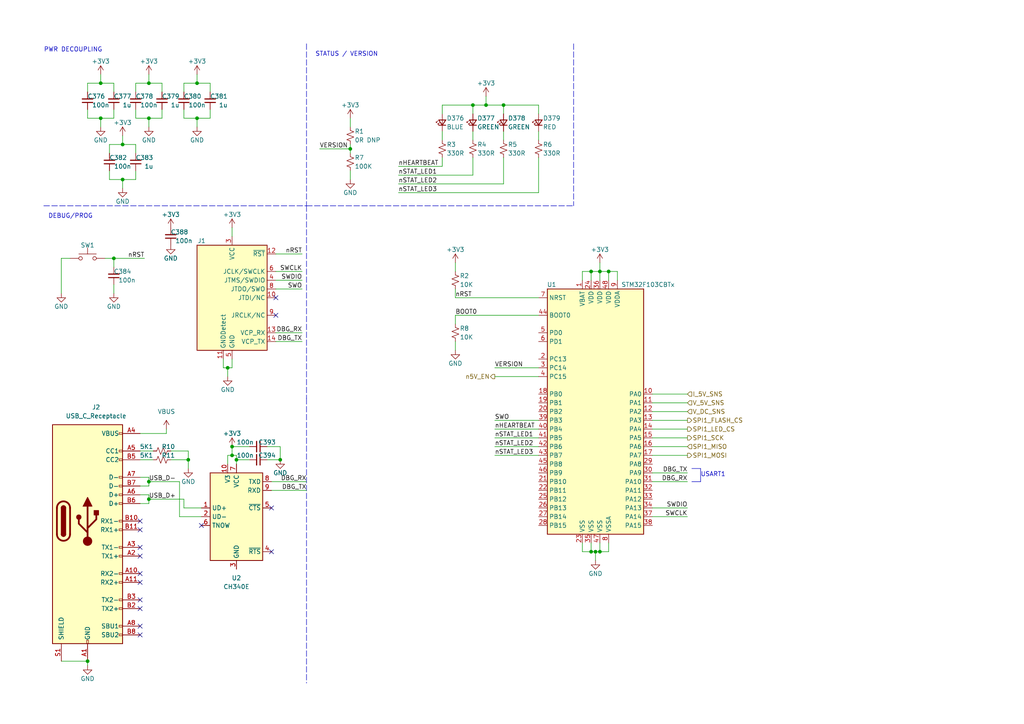
<source format=kicad_sch>
(kicad_sch (version 20210621) (generator eeschema)
  (paper "A4")
  (lib_symbols
    (symbol "Connector:Conn_ST_STDC14"
      (property "Reference" "J" (at -8.89 16.51 0))
      (property "Value" "Conn_ST_STDC14" (at 17.78 16.51 0))
      (symbol "Conn_ST_STDC14_0_1"
        (rectangle (start -10.16 15.24) (end 10.16 -15.24) (stroke (width 0.254)) (fill (type background)))
      )
      (symbol "Conn_ST_STDC14_1_1"
        (pin no_connect line (at -10.16 5.08 0) (length 2.54) hide (name "NC") (number "1"))
        (pin output line (at 12.7 0 180) (length 2.54) (name "JTDI/NC") (number "10"))
        (pin passive line (at -2.54 -17.78 90) (length 2.54) (name "GNDDetect") (number "11"))
        (pin open_collector line (at 12.7 12.7 180) (length 2.54) (name "~{RST}") (number "12"))
        (pin output line (at 12.7 -10.16 180) (length 2.54) (name "VCP_RX") (number "13"))
        (pin input line (at 12.7 -12.7 180) (length 2.54) (name "VCP_TX") (number "14"))
        (pin no_connect line (at -10.16 2.54 0) (length 2.54) hide (name "NC") (number "2"))
        (pin power_in line (at 0 17.78 270) (length 2.54) (name "VCC") (number "3"))
        (pin bidirectional line (at 12.7 5.08 180) (length 2.54) (name "JTMS/SWDIO") (number "4"))
        (pin power_in line (at 0 -17.78 90) (length 2.54) (name "GND") (number "5"))
        (pin output line (at 12.7 7.62 180) (length 2.54) (name "JCLK/SWCLK") (number "6"))
        (pin passive line (at 0 -17.78 90) (length 2.54) hide (name "GND") (number "7"))
        (pin input line (at 12.7 2.54 180) (length 2.54) (name "JTDO/SWO") (number "8"))
        (pin input line (at 12.7 -5.08 180) (length 2.54) (name "JRCLK/NC") (number "9"))
      )
    )
    (symbol "Connector:USB_C_Receptacle" (pin_names (offset 1.016))
      (property "Reference" "J" (at -10.16 29.21 0))
      (property "Value" "USB_C_Receptacle" (at 10.16 29.21 0))
      (symbol "USB_C_Receptacle_0_0"
        (rectangle (start -0.254 -35.56) (end 0.254 -34.544))
        (rectangle (start 10.16 -32.766) (end 9.144 -33.274))
        (rectangle (start 10.16 -30.226) (end 9.144 -30.734))
        (rectangle (start 10.16 -25.146) (end 9.144 -25.654))
        (rectangle (start 10.16 -22.606) (end 9.144 -23.114))
        (rectangle (start 10.16 -17.526) (end 9.144 -18.034))
        (rectangle (start 10.16 -14.986) (end 9.144 -15.494))
        (rectangle (start 10.16 -9.906) (end 9.144 -10.414))
        (rectangle (start 10.16 -7.366) (end 9.144 -7.874))
        (rectangle (start 10.16 -2.286) (end 9.144 -2.794))
        (rectangle (start 10.16 0.254) (end 9.144 -0.254))
        (rectangle (start 10.16 5.334) (end 9.144 4.826))
        (rectangle (start 10.16 7.874) (end 9.144 7.366))
        (rectangle (start 10.16 10.414) (end 9.144 9.906))
        (rectangle (start 10.16 12.954) (end 9.144 12.446))
        (rectangle (start 10.16 18.034) (end 9.144 17.526))
        (rectangle (start 10.16 20.574) (end 9.144 20.066))
        (rectangle (start 10.16 25.654) (end 9.144 25.146))
      )
      (symbol "USB_C_Receptacle_0_1"
        (rectangle (start -10.16 27.94) (end 10.16 -35.56) (stroke (width 0.254)) (fill (type background)))
        (arc (start -8.89 -3.81) (mid -6.985 -5.715) (end -5.08 -3.81) (stroke (width 0.508)))
        (arc (start -7.62 -3.81) (mid -6.985 -4.445) (end -6.35 -3.81) (stroke (width 0.254)))
        (arc (start -7.62 -3.81) (mid -6.985 -4.445) (end -6.35 -3.81) (stroke (width 0.254)) (fill (type outline)))
        (rectangle (start -7.62 -3.81) (end -6.35 3.81) (stroke (width 0.254)) (fill (type outline)))
        (arc (start -6.35 3.81) (mid -6.985 4.445) (end -7.62 3.81) (stroke (width 0.254)))
        (arc (start -6.35 3.81) (mid -6.985 4.445) (end -7.62 3.81) (stroke (width 0.254)) (fill (type outline)))
        (arc (start -5.08 3.81) (mid -6.985 5.715) (end -8.89 3.81) (stroke (width 0.508)))
        (polyline (pts (xy -8.89 -3.81) (xy -8.89 3.81)) (stroke (width 0.508)))
        (polyline (pts (xy -5.08 3.81) (xy -5.08 -3.81)) (stroke (width 0.508)))
      )
      (symbol "USB_C_Receptacle_1_1"
        (circle (center -2.54 1.143) (radius 0.635) (stroke (width 0.254)) (stroke (width 0.254)) (fill (type outline)))
        (circle (center 0 -5.842) (radius 1.27) (fill (type outline)))
        (polyline (pts (xy 0 -5.842) (xy 0 4.318)) (stroke (width 0.508)))
        (polyline (pts (xy 0 -3.302) (xy -2.54 -0.762) (xy -2.54 0.508)) (stroke (width 0.508)))
        (polyline (pts (xy 0 -2.032) (xy 2.54 0.508) (xy 2.54 1.778)) (stroke (width 0.508)))
        (polyline (pts (xy -1.27 4.318) (xy 0 6.858) (xy 1.27 4.318) (xy -1.27 4.318)) (stroke (width 0.254)) (fill (type outline)))
        (rectangle (start 1.905 1.778) (end 3.175 3.048) (stroke (width 0.254)) (fill (type outline)))
        (pin passive line (at 0 -40.64 90) (length 5.08) (name "GND") (number "A1"))
        (pin bidirectional line (at 15.24 -15.24 180) (length 5.08) (name "RX2-") (number "A10"))
        (pin bidirectional line (at 15.24 -17.78 180) (length 5.08) (name "RX2+") (number "A11"))
        (pin passive line (at 0 -40.64 90) (length 5.08) hide (name "GND") (number "A12"))
        (pin bidirectional line (at 15.24 -10.16 180) (length 5.08) (name "TX1+") (number "A2"))
        (pin bidirectional line (at 15.24 -7.62 180) (length 5.08) (name "TX1-") (number "A3"))
        (pin passive line (at 15.24 25.4 180) (length 5.08) (name "VBUS") (number "A4"))
        (pin bidirectional line (at 15.24 20.32 180) (length 5.08) (name "CC1") (number "A5"))
        (pin bidirectional line (at 15.24 7.62 180) (length 5.08) (name "D+") (number "A6"))
        (pin bidirectional line (at 15.24 12.7 180) (length 5.08) (name "D-") (number "A7"))
        (pin bidirectional line (at 15.24 -30.48 180) (length 5.08) (name "SBU1") (number "A8"))
        (pin passive line (at 15.24 25.4 180) (length 5.08) hide (name "VBUS") (number "A9"))
        (pin passive line (at 0 -40.64 90) (length 5.08) hide (name "GND") (number "B1"))
        (pin bidirectional line (at 15.24 0 180) (length 5.08) (name "RX1-") (number "B10"))
        (pin bidirectional line (at 15.24 -2.54 180) (length 5.08) (name "RX1+") (number "B11"))
        (pin passive line (at 0 -40.64 90) (length 5.08) hide (name "GND") (number "B12"))
        (pin bidirectional line (at 15.24 -25.4 180) (length 5.08) (name "TX2+") (number "B2"))
        (pin bidirectional line (at 15.24 -22.86 180) (length 5.08) (name "TX2-") (number "B3"))
        (pin passive line (at 15.24 25.4 180) (length 5.08) hide (name "VBUS") (number "B4"))
        (pin bidirectional line (at 15.24 17.78 180) (length 5.08) (name "CC2") (number "B5"))
        (pin bidirectional line (at 15.24 5.08 180) (length 5.08) (name "D+") (number "B6"))
        (pin bidirectional line (at 15.24 10.16 180) (length 5.08) (name "D-") (number "B7"))
        (pin bidirectional line (at 15.24 -33.02 180) (length 5.08) (name "SBU2") (number "B8"))
        (pin passive line (at 15.24 25.4 180) (length 5.08) hide (name "VBUS") (number "B9"))
        (pin passive line (at -7.62 -40.64 90) (length 5.08) (name "SHIELD") (number "S1"))
      )
    )
    (symbol "Device:C_Small" (pin_numbers hide) (pin_names (offset 0.254) hide)
      (property "Reference" "C" (at 0.254 1.778 0))
      (property "Value" "C_Small" (at 0.254 -2.032 0))
      (symbol "C_Small_0_1"
        (polyline (pts (xy -1.524 -0.508) (xy 1.524 -0.508)) (stroke (width 0.3302)))
        (polyline (pts (xy -1.524 0.508) (xy 1.524 0.508)) (stroke (width 0.3048)))
      )
      (symbol "C_Small_1_1"
        (pin passive line (at 0 2.54 270) (length 2.032) (name "~") (number "1"))
        (pin passive line (at 0 -2.54 90) (length 2.032) (name "~") (number "2"))
      )
    )
    (symbol "Device:LED_Small" (pin_numbers hide) (pin_names (offset 0.254) hide)
      (property "Reference" "D" (at -1.27 3.175 0))
      (property "Value" "LED_Small" (at -4.445 -2.54 0))
      (symbol "LED_Small_0_1"
        (polyline (pts (xy -0.762 -1.016) (xy -0.762 1.016)) (stroke (width 0.254)))
        (polyline (pts (xy 1.016 0) (xy -0.762 0)))
        (polyline (pts (xy 0.762 -1.016) (xy -0.762 0) (xy 0.762 1.016) (xy 0.762 -1.016)) (stroke (width 0.254)))
        (polyline (pts (xy 0 0.762) (xy -0.508 1.27) (xy -0.254 1.27) (xy -0.508 1.27) (xy -0.508 1.016)))
        (polyline (pts (xy 0.508 1.27) (xy 0 1.778) (xy 0.254 1.778) (xy 0 1.778) (xy 0 1.524)))
      )
      (symbol "LED_Small_1_1"
        (pin passive line (at -2.54 0 0) (length 1.778) (name "K") (number "1"))
        (pin passive line (at 2.54 0 180) (length 1.778) (name "A") (number "2"))
      )
    )
    (symbol "Device:R_Small_US" (pin_numbers hide) (pin_names (offset 0.254) hide)
      (property "Reference" "R" (at 0.762 0.508 0))
      (property "Value" "R_Small_US" (at 0.762 -1.016 0))
      (symbol "R_Small_US_1_1"
        (polyline (pts (xy 0 0) (xy 1.016 -0.381) (xy 0 -0.762) (xy -1.016 -1.143) (xy 0 -1.524)))
        (polyline (pts (xy 0 1.524) (xy 1.016 1.143) (xy 0 0.762) (xy -1.016 0.381) (xy 0 0)))
        (pin passive line (at 0 2.54 270) (length 1.016) (name "~") (number "1"))
        (pin passive line (at 0 -2.54 90) (length 1.016) (name "~") (number "2"))
      )
    )
    (symbol "Interface_USB:CH340E"
      (property "Reference" "U" (at -5.08 13.97 0))
      (property "Value" "CH340E" (at 1.27 13.97 0))
      (symbol "CH340E_0_1"
        (rectangle (start -7.62 12.7) (end 7.62 -12.7) (stroke (width 0.254)) (fill (type background)))
      )
      (symbol "CH340E_1_1"
        (pin bidirectional line (at -10.16 2.54 0) (length 2.54) (name "UD+") (number "1"))
        (pin passive line (at -2.54 15.24 270) (length 2.54) (name "V3") (number "10"))
        (pin bidirectional line (at -10.16 0 0) (length 2.54) (name "UD-") (number "2"))
        (pin power_in line (at 0 -15.24 90) (length 2.54) (name "GND") (number "3"))
        (pin output line (at 10.16 -10.16 180) (length 2.54) (name "~{RTS}") (number "4"))
        (pin input line (at 10.16 2.54 180) (length 2.54) (name "~{CTS}") (number "5"))
        (pin output line (at -10.16 -2.54 0) (length 2.54) (name "TNOW") (number "6"))
        (pin power_in line (at 0 15.24 270) (length 2.54) (name "VCC") (number "7"))
        (pin output line (at 10.16 10.16 180) (length 2.54) (name "TXD") (number "8"))
        (pin input line (at 10.16 7.62 180) (length 2.54) (name "RXD") (number "9"))
      )
    )
    (symbol "MCU_ST_STM32F1:STM32F103CBTx"
      (property "Reference" "U" (at -15.24 36.83 0))
      (property "Value" "STM32F103CBTx" (at 7.62 36.83 0))
      (symbol "STM32F103CBTx_0_1"
        (rectangle (start -15.24 -35.56) (end 12.7 35.56) (stroke (width 0.254)) (fill (type background)))
      )
      (symbol "STM32F103CBTx_1_1"
        (pin power_in line (at -5.08 38.1 270) (length 2.54) (name "VBAT") (number "1"))
        (pin bidirectional line (at 15.24 5.08 180) (length 2.54) (name "PA0") (number "10"))
        (pin bidirectional line (at 15.24 2.54 180) (length 2.54) (name "PA1") (number "11"))
        (pin bidirectional line (at 15.24 0 180) (length 2.54) (name "PA2") (number "12"))
        (pin bidirectional line (at 15.24 -2.54 180) (length 2.54) (name "PA3") (number "13"))
        (pin bidirectional line (at 15.24 -5.08 180) (length 2.54) (name "PA4") (number "14"))
        (pin bidirectional line (at 15.24 -7.62 180) (length 2.54) (name "PA5") (number "15"))
        (pin bidirectional line (at 15.24 -10.16 180) (length 2.54) (name "PA6") (number "16"))
        (pin bidirectional line (at 15.24 -12.7 180) (length 2.54) (name "PA7") (number "17"))
        (pin bidirectional line (at -17.78 5.08 0) (length 2.54) (name "PB0") (number "18"))
        (pin bidirectional line (at -17.78 2.54 0) (length 2.54) (name "PB1") (number "19"))
        (pin bidirectional line (at -17.78 15.24 0) (length 2.54) (name "PC13") (number "2"))
        (pin bidirectional line (at -17.78 0 0) (length 2.54) (name "PB2") (number "20"))
        (pin bidirectional line (at -17.78 -20.32 0) (length 2.54) (name "PB10") (number "21"))
        (pin bidirectional line (at -17.78 -22.86 0) (length 2.54) (name "PB11") (number "22"))
        (pin power_in line (at -5.08 -38.1 90) (length 2.54) (name "VSS") (number "23"))
        (pin power_in line (at -2.54 38.1 270) (length 2.54) (name "VDD") (number "24"))
        (pin bidirectional line (at -17.78 -25.4 0) (length 2.54) (name "PB12") (number "25"))
        (pin bidirectional line (at -17.78 -27.94 0) (length 2.54) (name "PB13") (number "26"))
        (pin bidirectional line (at -17.78 -30.48 0) (length 2.54) (name "PB14") (number "27"))
        (pin bidirectional line (at -17.78 -33.02 0) (length 2.54) (name "PB15") (number "28"))
        (pin bidirectional line (at 15.24 -15.24 180) (length 2.54) (name "PA8") (number "29"))
        (pin bidirectional line (at -17.78 12.7 0) (length 2.54) (name "PC14") (number "3"))
        (pin bidirectional line (at 15.24 -17.78 180) (length 2.54) (name "PA9") (number "30"))
        (pin bidirectional line (at 15.24 -20.32 180) (length 2.54) (name "PA10") (number "31"))
        (pin bidirectional line (at 15.24 -22.86 180) (length 2.54) (name "PA11") (number "32"))
        (pin bidirectional line (at 15.24 -25.4 180) (length 2.54) (name "PA12") (number "33"))
        (pin bidirectional line (at 15.24 -27.94 180) (length 2.54) (name "PA13") (number "34"))
        (pin power_in line (at -2.54 -38.1 90) (length 2.54) (name "VSS") (number "35"))
        (pin power_in line (at 0 38.1 270) (length 2.54) (name "VDD") (number "36"))
        (pin bidirectional line (at 15.24 -30.48 180) (length 2.54) (name "PA14") (number "37"))
        (pin bidirectional line (at 15.24 -33.02 180) (length 2.54) (name "PA15") (number "38"))
        (pin bidirectional line (at -17.78 -2.54 0) (length 2.54) (name "PB3") (number "39"))
        (pin bidirectional line (at -17.78 10.16 0) (length 2.54) (name "PC15") (number "4"))
        (pin bidirectional line (at -17.78 -5.08 0) (length 2.54) (name "PB4") (number "40"))
        (pin bidirectional line (at -17.78 -7.62 0) (length 2.54) (name "PB5") (number "41"))
        (pin bidirectional line (at -17.78 -10.16 0) (length 2.54) (name "PB6") (number "42"))
        (pin bidirectional line (at -17.78 -12.7 0) (length 2.54) (name "PB7") (number "43"))
        (pin input line (at -17.78 27.94 0) (length 2.54) (name "BOOT0") (number "44"))
        (pin bidirectional line (at -17.78 -15.24 0) (length 2.54) (name "PB8") (number "45"))
        (pin bidirectional line (at -17.78 -17.78 0) (length 2.54) (name "PB9") (number "46"))
        (pin power_in line (at 0 -38.1 90) (length 2.54) (name "VSS") (number "47"))
        (pin power_in line (at 2.54 38.1 270) (length 2.54) (name "VDD") (number "48"))
        (pin input line (at -17.78 22.86 0) (length 2.54) (name "PD0") (number "5"))
        (pin input line (at -17.78 20.32 0) (length 2.54) (name "PD1") (number "6"))
        (pin input line (at -17.78 33.02 0) (length 2.54) (name "NRST") (number "7"))
        (pin power_in line (at 2.54 -38.1 90) (length 2.54) (name "VSSA") (number "8"))
        (pin power_in line (at 5.08 38.1 270) (length 2.54) (name "VDDA") (number "9"))
      )
    )
    (symbol "Switch:SW_Push" (pin_numbers hide) (pin_names (offset 1.016) hide)
      (property "Reference" "SW" (at 1.27 2.54 0))
      (property "Value" "SW_Push" (at 0 -1.524 0))
      (symbol "SW_Push_0_1"
        (circle (center -2.032 0) (radius 0.508))
        (polyline (pts (xy 0 1.27) (xy 0 3.048)))
        (polyline (pts (xy 2.54 1.27) (xy -2.54 1.27)))
        (circle (center 2.032 0) (radius 0.508))
        (pin passive line (at -5.08 0 0) (length 2.54) (name "1") (number "1"))
        (pin passive line (at 5.08 0 180) (length 2.54) (name "2") (number "2"))
      )
    )
    (symbol "power:+3V3" (power) (pin_names (offset 0))
      (property "Value" "+3V3" (at 0 3.556 0))
      (symbol "+3V3_0_1"
        (polyline (pts (xy -0.762 1.27) (xy 0 2.54)))
        (polyline (pts (xy 0 0) (xy 0 2.54)))
        (polyline (pts (xy 0 2.54) (xy 0.762 1.27)))
      )
      (symbol "+3V3_1_1"
        (pin power_in line (at 0 0 90) (length 0) hide (name "+3V3") (number "1"))
      )
    )
    (symbol "power:GND" (power) (pin_names (offset 0))
      (property "Value" "GND" (at 0 -3.81 0))
      (symbol "GND_0_1"
        (polyline (pts (xy 0 0) (xy 0 -1.27) (xy 1.27 -1.27) (xy 0 -2.54) (xy -1.27 -1.27) (xy 0 -1.27)))
      )
      (symbol "GND_1_1"
        (pin power_in line (at 0 0 270) (length 0) hide (name "GND") (number "1"))
      )
    )
    (symbol "power:VBUS" (power) (pin_names (offset 0))
      (property "Value" "VBUS" (at 0 3.81 0))
      (symbol "VBUS_0_1"
        (polyline (pts (xy -0.762 1.27) (xy 0 2.54)))
        (polyline (pts (xy 0 0) (xy 0 2.54)))
        (polyline (pts (xy 0 2.54) (xy 0.762 1.27)))
      )
      (symbol "VBUS_1_1"
        (pin power_in line (at 0 0 90) (length 0) hide (name "VBUS") (number "1"))
      )
    )
  )
  (junction (at 25.4 191.77))
  (junction (at 29.21 24.13))
  (junction (at 29.21 34.29))
  (junction (at 33.02 74.93))
  (junction (at 35.56 41.91))
  (junction (at 35.56 52.07))
  (junction (at 43.18 24.13))
  (junction (at 43.18 34.29))
  (junction (at 43.18 139.7))
  (junction (at 43.18 144.78))
  (junction (at 54.61 133.35))
  (junction (at 57.15 24.13))
  (junction (at 57.15 34.29))
  (junction (at 66.04 106.68))
  (junction (at 67.31 129.54))
  (junction (at 67.31 132.08))
  (junction (at 68.58 133.35))
  (junction (at 81.28 133.35))
  (junction (at 101.6 43.18))
  (junction (at 137.16 30.48))
  (junction (at 140.97 30.48))
  (junction (at 146.05 30.48))
  (junction (at 171.45 78.74))
  (junction (at 171.45 160.02))
  (junction (at 172.72 160.02))
  (junction (at 173.99 78.74))
  (junction (at 173.99 160.02))
  (junction (at 176.53 78.74))
  (no_connect (at 40.64 151.13))
  (no_connect (at 40.64 153.67))
  (no_connect (at 40.64 158.75))
  (no_connect (at 40.64 161.29))
  (no_connect (at 40.64 166.37))
  (no_connect (at 40.64 168.91))
  (no_connect (at 40.64 173.99))
  (no_connect (at 40.64 176.53))
  (no_connect (at 40.64 181.61))
  (no_connect (at 40.64 184.15))
  (no_connect (at 58.42 152.4))
  (no_connect (at 78.74 147.32))
  (no_connect (at 78.74 160.02))
  (no_connect (at 80.01 86.36))
  (no_connect (at 80.01 91.44))
  (wire (pts (xy 17.78 74.93) (xy 20.32 74.93)))
  (wire (pts (xy 17.78 85.09) (xy 17.78 74.93)))
  (wire (pts (xy 17.78 191.77) (xy 25.4 191.77)))
  (wire (pts (xy 25.4 24.13) (xy 29.21 24.13)))
  (wire (pts (xy 25.4 26.67) (xy 25.4 24.13)))
  (wire (pts (xy 25.4 31.75) (xy 25.4 34.29)))
  (wire (pts (xy 25.4 34.29) (xy 29.21 34.29)))
  (wire (pts (xy 25.4 191.77) (xy 25.4 193.04)))
  (wire (pts (xy 29.21 21.59) (xy 29.21 24.13)))
  (wire (pts (xy 29.21 24.13) (xy 33.02 24.13)))
  (wire (pts (xy 29.21 34.29) (xy 29.21 36.83)))
  (wire (pts (xy 29.21 34.29) (xy 33.02 34.29)))
  (wire (pts (xy 31.75 41.91) (xy 35.56 41.91)))
  (wire (pts (xy 31.75 44.45) (xy 31.75 41.91)))
  (wire (pts (xy 31.75 49.53) (xy 31.75 52.07)))
  (wire (pts (xy 31.75 52.07) (xy 35.56 52.07)))
  (wire (pts (xy 33.02 24.13) (xy 33.02 26.67)))
  (wire (pts (xy 33.02 31.75) (xy 33.02 34.29)))
  (wire (pts (xy 33.02 74.93) (xy 30.48 74.93)))
  (wire (pts (xy 33.02 74.93) (xy 41.91 74.93)))
  (wire (pts (xy 33.02 77.47) (xy 33.02 74.93)))
  (wire (pts (xy 33.02 82.55) (xy 33.02 85.09)))
  (wire (pts (xy 35.56 39.37) (xy 35.56 41.91)))
  (wire (pts (xy 35.56 41.91) (xy 39.37 41.91)))
  (wire (pts (xy 35.56 52.07) (xy 35.56 54.61)))
  (wire (pts (xy 35.56 52.07) (xy 39.37 52.07)))
  (wire (pts (xy 39.37 24.13) (xy 43.18 24.13)))
  (wire (pts (xy 39.37 26.67) (xy 39.37 24.13)))
  (wire (pts (xy 39.37 31.75) (xy 39.37 34.29)))
  (wire (pts (xy 39.37 34.29) (xy 43.18 34.29)))
  (wire (pts (xy 39.37 41.91) (xy 39.37 44.45)))
  (wire (pts (xy 39.37 49.53) (xy 39.37 52.07)))
  (wire (pts (xy 40.64 125.73) (xy 48.26 125.73)))
  (wire (pts (xy 40.64 130.81) (xy 44.45 130.81)))
  (wire (pts (xy 40.64 133.35) (xy 44.45 133.35)))
  (wire (pts (xy 40.64 138.43) (xy 43.18 138.43)))
  (wire (pts (xy 40.64 140.97) (xy 43.18 140.97)))
  (wire (pts (xy 40.64 143.51) (xy 43.18 143.51)))
  (wire (pts (xy 40.64 146.05) (xy 43.18 146.05)))
  (wire (pts (xy 43.18 21.59) (xy 43.18 24.13)))
  (wire (pts (xy 43.18 24.13) (xy 46.99 24.13)))
  (wire (pts (xy 43.18 34.29) (xy 43.18 36.83)))
  (wire (pts (xy 43.18 34.29) (xy 46.99 34.29)))
  (wire (pts (xy 43.18 138.43) (xy 43.18 139.7)))
  (wire (pts (xy 43.18 139.7) (xy 43.18 140.97)))
  (wire (pts (xy 43.18 139.7) (xy 52.07 139.7)))
  (wire (pts (xy 43.18 143.51) (xy 43.18 144.78)))
  (wire (pts (xy 43.18 144.78) (xy 43.18 146.05)))
  (wire (pts (xy 43.18 144.78) (xy 53.34 144.78)))
  (wire (pts (xy 46.99 24.13) (xy 46.99 26.67)))
  (wire (pts (xy 46.99 31.75) (xy 46.99 34.29)))
  (wire (pts (xy 48.26 125.73) (xy 48.26 124.46)))
  (wire (pts (xy 49.53 133.35) (xy 54.61 133.35)))
  (wire (pts (xy 52.07 139.7) (xy 52.07 149.86)))
  (wire (pts (xy 52.07 149.86) (xy 58.42 149.86)))
  (wire (pts (xy 53.34 24.13) (xy 57.15 24.13)))
  (wire (pts (xy 53.34 26.67) (xy 53.34 24.13)))
  (wire (pts (xy 53.34 31.75) (xy 53.34 34.29)))
  (wire (pts (xy 53.34 34.29) (xy 57.15 34.29)))
  (wire (pts (xy 53.34 144.78) (xy 53.34 147.32)))
  (wire (pts (xy 53.34 147.32) (xy 58.42 147.32)))
  (wire (pts (xy 54.61 130.81) (xy 49.53 130.81)))
  (wire (pts (xy 54.61 133.35) (xy 54.61 130.81)))
  (wire (pts (xy 54.61 133.35) (xy 54.61 135.89)))
  (wire (pts (xy 57.15 21.59) (xy 57.15 24.13)))
  (wire (pts (xy 57.15 24.13) (xy 60.96 24.13)))
  (wire (pts (xy 57.15 34.29) (xy 57.15 36.83)))
  (wire (pts (xy 57.15 34.29) (xy 60.96 34.29)))
  (wire (pts (xy 60.96 24.13) (xy 60.96 26.67)))
  (wire (pts (xy 60.96 31.75) (xy 60.96 34.29)))
  (wire (pts (xy 64.77 104.14) (xy 64.77 106.68)))
  (wire (pts (xy 64.77 106.68) (xy 66.04 106.68)))
  (wire (pts (xy 66.04 106.68) (xy 66.04 109.22)))
  (wire (pts (xy 66.04 106.68) (xy 67.31 106.68)))
  (wire (pts (xy 66.04 132.08) (xy 67.31 132.08)))
  (wire (pts (xy 66.04 134.62) (xy 66.04 132.08)))
  (wire (pts (xy 67.31 66.04) (xy 67.31 68.58)))
  (wire (pts (xy 67.31 104.14) (xy 67.31 106.68)))
  (wire (pts (xy 67.31 129.54) (xy 67.31 132.08)))
  (wire (pts (xy 67.31 129.54) (xy 72.39 129.54)))
  (wire (pts (xy 67.31 132.08) (xy 68.58 132.08)))
  (wire (pts (xy 68.58 132.08) (xy 68.58 133.35)))
  (wire (pts (xy 68.58 133.35) (xy 68.58 134.62)))
  (wire (pts (xy 68.58 133.35) (xy 72.39 133.35)))
  (wire (pts (xy 77.47 129.54) (xy 81.28 129.54)))
  (wire (pts (xy 77.47 133.35) (xy 81.28 133.35)))
  (wire (pts (xy 78.74 139.7) (xy 88.9 139.7)))
  (wire (pts (xy 78.74 142.24) (xy 88.9 142.24)))
  (wire (pts (xy 80.01 73.66) (xy 87.63 73.66)))
  (wire (pts (xy 80.01 78.74) (xy 87.63 78.74)))
  (wire (pts (xy 80.01 81.28) (xy 87.63 81.28)))
  (wire (pts (xy 80.01 83.82) (xy 87.63 83.82)))
  (wire (pts (xy 80.01 96.52) (xy 87.63 96.52)))
  (wire (pts (xy 80.01 99.06) (xy 87.63 99.06)))
  (wire (pts (xy 81.28 129.54) (xy 81.28 133.35)))
  (wire (pts (xy 92.71 43.18) (xy 101.6 43.18)))
  (wire (pts (xy 101.6 34.29) (xy 101.6 36.83)))
  (wire (pts (xy 101.6 41.91) (xy 101.6 43.18)))
  (wire (pts (xy 101.6 43.18) (xy 101.6 44.45)))
  (wire (pts (xy 101.6 49.53) (xy 101.6 52.07)))
  (wire (pts (xy 115.57 48.26) (xy 128.27 48.26)))
  (wire (pts (xy 115.57 50.8) (xy 137.16 50.8)))
  (wire (pts (xy 115.57 53.34) (xy 146.05 53.34)))
  (wire (pts (xy 115.57 55.88) (xy 156.21 55.88)))
  (wire (pts (xy 128.27 30.48) (xy 137.16 30.48)))
  (wire (pts (xy 128.27 33.02) (xy 128.27 30.48)))
  (wire (pts (xy 128.27 38.1) (xy 128.27 40.64)))
  (wire (pts (xy 128.27 48.26) (xy 128.27 45.72)))
  (wire (pts (xy 132.08 76.2) (xy 132.08 78.74)))
  (wire (pts (xy 132.08 83.82) (xy 132.08 86.36)))
  (wire (pts (xy 132.08 86.36) (xy 156.21 86.36)))
  (wire (pts (xy 132.08 91.44) (xy 156.21 91.44)))
  (wire (pts (xy 132.08 93.98) (xy 132.08 91.44)))
  (wire (pts (xy 132.08 101.6) (xy 132.08 99.06)))
  (wire (pts (xy 137.16 30.48) (xy 137.16 33.02)))
  (wire (pts (xy 137.16 30.48) (xy 140.97 30.48)))
  (wire (pts (xy 137.16 38.1) (xy 137.16 40.64)))
  (wire (pts (xy 137.16 50.8) (xy 137.16 45.72)))
  (wire (pts (xy 140.97 27.94) (xy 140.97 30.48)))
  (wire (pts (xy 140.97 30.48) (xy 146.05 30.48)))
  (wire (pts (xy 143.51 106.68) (xy 156.21 106.68)))
  (wire (pts (xy 143.51 109.22) (xy 156.21 109.22)))
  (wire (pts (xy 143.51 124.46) (xy 156.21 124.46)))
  (wire (pts (xy 143.51 127) (xy 156.21 127)))
  (wire (pts (xy 143.51 129.54) (xy 156.21 129.54)))
  (wire (pts (xy 143.51 132.08) (xy 156.21 132.08)))
  (wire (pts (xy 146.05 30.48) (xy 146.05 33.02)))
  (wire (pts (xy 146.05 30.48) (xy 156.21 30.48)))
  (wire (pts (xy 146.05 38.1) (xy 146.05 40.64)))
  (wire (pts (xy 146.05 53.34) (xy 146.05 45.72)))
  (wire (pts (xy 156.21 30.48) (xy 156.21 33.02)))
  (wire (pts (xy 156.21 38.1) (xy 156.21 40.64)))
  (wire (pts (xy 156.21 55.88) (xy 156.21 45.72)))
  (wire (pts (xy 156.21 121.92) (xy 143.51 121.92)))
  (wire (pts (xy 168.91 78.74) (xy 168.91 81.28)))
  (wire (pts (xy 168.91 78.74) (xy 171.45 78.74)))
  (wire (pts (xy 168.91 157.48) (xy 168.91 160.02)))
  (wire (pts (xy 168.91 160.02) (xy 171.45 160.02)))
  (wire (pts (xy 171.45 78.74) (xy 171.45 81.28)))
  (wire (pts (xy 171.45 78.74) (xy 173.99 78.74)))
  (wire (pts (xy 171.45 157.48) (xy 171.45 160.02)))
  (wire (pts (xy 171.45 160.02) (xy 172.72 160.02)))
  (wire (pts (xy 172.72 160.02) (xy 172.72 162.56)))
  (wire (pts (xy 172.72 160.02) (xy 173.99 160.02)))
  (wire (pts (xy 173.99 76.2) (xy 173.99 78.74)))
  (wire (pts (xy 173.99 78.74) (xy 173.99 81.28)))
  (wire (pts (xy 173.99 78.74) (xy 176.53 78.74)))
  (wire (pts (xy 173.99 157.48) (xy 173.99 160.02)))
  (wire (pts (xy 173.99 160.02) (xy 176.53 160.02)))
  (wire (pts (xy 176.53 78.74) (xy 176.53 81.28)))
  (wire (pts (xy 176.53 157.48) (xy 176.53 160.02)))
  (wire (pts (xy 179.07 78.74) (xy 176.53 78.74)))
  (wire (pts (xy 179.07 81.28) (xy 179.07 78.74)))
  (wire (pts (xy 189.23 114.3) (xy 199.39 114.3)))
  (wire (pts (xy 189.23 116.84) (xy 199.39 116.84)))
  (wire (pts (xy 189.23 119.38) (xy 199.39 119.38)))
  (wire (pts (xy 189.23 121.92) (xy 199.39 121.92)))
  (wire (pts (xy 189.23 124.46) (xy 199.39 124.46)))
  (wire (pts (xy 189.23 127) (xy 199.39 127)))
  (wire (pts (xy 189.23 129.54) (xy 199.39 129.54)))
  (wire (pts (xy 189.23 132.08) (xy 199.39 132.08)))
  (wire (pts (xy 189.23 137.16) (xy 199.39 137.16)))
  (wire (pts (xy 189.23 139.7) (xy 199.39 139.7)))
  (wire (pts (xy 189.23 147.32) (xy 199.39 147.32)))
  (wire (pts (xy 189.23 149.86) (xy 199.39 149.86)))
  (polyline (pts (xy 12.7 59.69) (xy 72.39 59.69)))
  (polyline (pts (xy 72.39 59.69) (xy 88.9 59.69)))
  (polyline (pts (xy 88.9 12.7) (xy 88.9 59.69)))
  (polyline (pts (xy 88.9 59.69) (xy 88.9 115.57)))
  (polyline (pts (xy 88.9 59.69) (xy 166.37 59.69)))
  (polyline (pts (xy 88.9 115.57) (xy 88.9 198.12)))
  (polyline (pts (xy 166.37 12.7) (xy 166.37 59.69)))
  (polyline (pts (xy 200.66 135.89) (xy 203.2 135.89)) (stroke (width 0) (type solid)))
  (polyline (pts (xy 200.66 139.7) (xy 203.2 139.7)) (stroke (width 0) (type solid)))
  (polyline (pts (xy 203.2 135.89) (xy 203.2 139.7)) (stroke (width 0) (type solid)))
  (text "PWR DECOUPLING" (at 12.7 15.24 0) (effects (font (size 1.27 1.27)) (justify left bottom)))
  (text "DEBUG/PROG" (at 13.97 63.5 0) (effects (font (size 1.27 1.27)) (justify left bottom)))
  (text "STATUS / VERSION" (at 91.44 16.51 0) (effects (font (size 1.27 1.27)) (justify left bottom)))
  (text "USART1" (at 203.2 138.43 0) (effects (font (size 1.27 1.27)) (justify left bottom)))
  (label "nRST" (at 41.91 74.93 180))
  (label "USB_D-" (at 43.18 139.7 0))
  (label "USB_D+" (at 43.18 144.78 0))
  (label "nRST" (at 87.63 73.66 180))
  (label "SWCLK" (at 87.63 78.74 180))
  (label "SWDIO" (at 87.63 81.28 180))
  (label "SWO" (at 87.63 83.82 180))
  (label "DBG_RX" (at 87.63 96.52 180))
  (label "DBG_TX" (at 87.63 99.06 180))
  (label "DBG_RX" (at 88.9 139.7 180))
  (label "DBG_TX" (at 88.9 142.24 180))
  (label "VERSION" (at 92.71 43.18 0))
  (label "nHEARTBEAT" (at 115.57 48.26 0))
  (label "nSTAT_LED1" (at 115.57 50.8 0))
  (label "nSTAT_LED2" (at 115.57 53.34 0))
  (label "nSTAT_LED3" (at 115.57 55.88 0))
  (label "nRST" (at 132.08 86.36 0))
  (label "BOOT0" (at 132.08 91.44 0))
  (label "VERSION" (at 143.51 106.68 0))
  (label "SWO" (at 143.51 121.92 0))
  (label "nHEARTBEAT" (at 143.51 124.46 0))
  (label "nSTAT_LED1" (at 143.51 127 0))
  (label "nSTAT_LED2" (at 143.51 129.54 0))
  (label "nSTAT_LED3" (at 143.51 132.08 0))
  (label "DBG_TX" (at 199.39 137.16 180))
  (label "DBG_RX" (at 199.39 139.7 180))
  (label "SWDIO" (at 199.39 147.32 180))
  (label "SWCLK" (at 199.39 149.86 180))
  (hierarchical_label "n5V_EN" (shape output) (at 143.51 109.22 180))
  (hierarchical_label "I_5V_SNS" (shape input) (at 199.39 114.3 0))
  (hierarchical_label "V_5V_SNS" (shape input) (at 199.39 116.84 0))
  (hierarchical_label "V_DC_SNS" (shape input) (at 199.39 119.38 0))
  (hierarchical_label "SPI1_FLASH_CS" (shape output) (at 199.39 121.92 0))
  (hierarchical_label "SPI1_LED_CS" (shape output) (at 199.39 124.46 0))
  (hierarchical_label "SPI1_SCK" (shape output) (at 199.39 127 0))
  (hierarchical_label "SPI1_MISO" (shape input) (at 199.39 129.54 0))
  (hierarchical_label "SPI1_MOSI" (shape output) (at 199.39 132.08 0))
  (symbol (lib_id "power:+3V3") (at 29.21 21.59 0) (unit 1)
    (property "Reference" "#PWR01126" (effects hide))
    (property "Value" "+3V3" (at 29.21 17.78 0))
  )
  (symbol (lib_id "power:+3V3") (at 35.56 39.37 0) (unit 1)
    (property "Reference" "#PWR01136" (effects hide))
    (property "Value" "+3V3" (at 35.56 35.56 0))
  )
  (symbol (lib_id "power:+3V3") (at 43.18 21.59 0) (unit 1)
    (property "Reference" "#PWR01127" (effects hide))
    (property "Value" "+3V3" (at 43.18 17.78 0))
  )
  (symbol (lib_id "power:VBUS") (at 48.26 124.46 0) (unit 1)
    (property "Reference" "#PWR01153" (effects hide))
    (property "Value" "VBUS" (at 48.26 119.38 0))
  )
  (symbol (lib_id "power:+3V3") (at 49.53 66.04 0) (unit 1)
    (property "Reference" "#PWR01144" (effects hide))
    (property "Value" "+3V3" (at 49.53 62.23 0))
  )
  (symbol (lib_id "power:+3V3") (at 57.15 21.59 0) (unit 1)
    (property "Reference" "#PWR01128" (effects hide))
    (property "Value" "+3V3" (at 57.15 17.78 0))
  )
  (symbol (lib_id "power:+3V3") (at 67.31 66.04 0) (unit 1)
    (property "Reference" "#PWR01145" (effects hide))
    (property "Value" "+3V3" (at 67.31 62.23 0))
  )
  (symbol (lib_id "power:+3V3") (at 67.31 129.54 0) (unit 1)
    (property "Reference" "#PWR01154" (effects hide))
    (property "Value" "+3V3" (at 67.31 125.73 0))
  )
  (symbol (lib_id "power:+3V3") (at 101.6 34.29 0) (unit 1)
    (property "Reference" "#PWR01130" (effects hide))
    (property "Value" "+3V3" (at 101.6 30.48 0))
  )
  (symbol (lib_id "power:+3V3") (at 132.08 76.2 0) (unit 1)
    (property "Reference" "#PWR01134" (effects hide))
    (property "Value" "+3V3" (at 132.08 72.39 0))
  )
  (symbol (lib_id "power:+3V3") (at 140.97 27.94 0) (unit 1)
    (property "Reference" "#PWR01129" (effects hide))
    (property "Value" "+3V3" (at 140.97 24.13 0))
  )
  (symbol (lib_id "power:+3V3") (at 173.99 76.2 0) (unit 1)
    (property "Reference" "#PWR01147" (effects hide))
    (property "Value" "+3V3" (at 173.99 72.39 0))
  )
  (symbol (lib_id "power:GND") (at 17.78 85.09 0) (unit 1)
    (property "Reference" "#PWR01137" (effects hide))
    (property "Value" "GND" (at 17.78 88.9 0))
  )
  (symbol (lib_id "power:GND") (at 25.4 193.04 0) (unit 1)
    (property "Reference" "#PWR01158" (effects hide))
    (property "Value" "GND" (at 25.4 196.85 0))
  )
  (symbol (lib_id "power:GND") (at 29.21 36.83 0) (unit 1)
    (property "Reference" "#PWR01131" (effects hide))
    (property "Value" "GND" (at 29.21 40.64 0))
  )
  (symbol (lib_id "power:GND") (at 33.02 85.09 0) (unit 1)
    (property "Reference" "#PWR01138" (effects hide))
    (property "Value" "GND" (at 33.02 88.9 0))
  )
  (symbol (lib_id "power:GND") (at 35.56 54.61 0) (unit 1)
    (property "Reference" "#PWR01140" (effects hide))
    (property "Value" "GND" (at 35.56 58.42 0))
  )
  (symbol (lib_id "power:GND") (at 43.18 36.83 0) (unit 1)
    (property "Reference" "#PWR01132" (effects hide))
    (property "Value" "GND" (at 43.18 40.64 0))
  )
  (symbol (lib_id "power:GND") (at 49.53 71.12 0) (unit 1)
    (property "Reference" "#PWR01146" (effects hide))
    (property "Value" "GND" (at 49.53 74.93 0))
  )
  (symbol (lib_id "power:GND") (at 54.61 135.89 0) (unit 1)
    (property "Reference" "#PWR01156" (effects hide))
    (property "Value" "GND" (at 54.61 139.7 0))
  )
  (symbol (lib_id "power:GND") (at 57.15 36.83 0) (unit 1)
    (property "Reference" "#PWR01133" (effects hide))
    (property "Value" "GND" (at 57.15 40.64 0))
  )
  (symbol (lib_id "power:GND") (at 66.04 109.22 0) (unit 1)
    (property "Reference" "#PWR01152" (effects hide))
    (property "Value" "GND" (at 66.04 113.03 0))
  )
  (symbol (lib_id "power:GND") (at 81.28 133.35 0) (unit 1)
    (property "Reference" "#PWR01155" (effects hide))
    (property "Value" "GND" (at 81.28 137.16 0))
  )
  (symbol (lib_id "power:GND") (at 101.6 52.07 0) (unit 1)
    (property "Reference" "#PWR01139" (effects hide))
    (property "Value" "GND" (at 101.6 55.88 0))
  )
  (symbol (lib_id "power:GND") (at 132.08 101.6 0) (unit 1)
    (property "Reference" "#PWR01143" (effects hide))
    (property "Value" "GND" (at 132.08 105.41 0))
  )
  (symbol (lib_id "power:GND") (at 172.72 162.56 0) (unit 1)
    (property "Reference" "#PWR01135" (effects hide))
    (property "Value" "GND" (at 172.72 166.37 0))
  )
  (symbol (lib_id "Device:R_Small_US") (at 46.99 130.81 90) (unit 1)
    (property "Reference" "R10" (at 50.7999 129.54 90) (effects (justify left)))
    (property "Value" "5K1" (at 44.4499 129.54 90) (effects (justify left)))
    (property "Footprint" "Resistor_SMD:R_0402_1005Metric_Pad0.72x0.64mm_HandSolder" (effects hide))
  )
  (symbol (lib_id "Device:R_Small_US") (at 46.99 133.35 90) (unit 1)
    (property "Reference" "R11" (at 50.7999 132.08 90) (effects (justify left)))
    (property "Value" "5K1" (at 44.4499 132.08 90) (effects (justify left)))
    (property "Footprint" "Resistor_SMD:R_0402_1005Metric_Pad0.72x0.64mm_HandSolder" (effects hide))
  )
  (symbol (lib_id "Device:R_Small_US") (at 101.6 39.37 0) (unit 1)
    (property "Reference" "R1" (at 102.87 38.0999 0) (effects (justify left)))
    (property "Value" "0R DNP" (at 102.87 40.6399 0) (effects (justify left)))
    (property "Footprint" "Resistor_SMD:R_0402_1005Metric_Pad0.72x0.64mm_HandSolder" (effects hide))
  )
  (symbol (lib_id "Device:R_Small_US") (at 101.6 46.99 0) (unit 1)
    (property "Reference" "R7" (at 102.87 45.7199 0) (effects (justify left)))
    (property "Value" "100K" (at 102.87 48.2599 0) (effects (justify left)))
    (property "Footprint" "Resistor_SMD:R_0402_1005Metric_Pad0.72x0.64mm_HandSolder" (effects hide))
  )
  (symbol (lib_id "Device:R_Small_US") (at 128.27 43.18 0) (unit 1)
    (property "Reference" "R3" (at 129.54 41.9099 0) (effects (justify left)))
    (property "Value" "330R" (at 129.54 44.4499 0) (effects (justify left)))
    (property "Footprint" "Resistor_SMD:R_0402_1005Metric_Pad0.72x0.64mm_HandSolder" (effects hide))
  )
  (symbol (lib_id "Device:R_Small_US") (at 132.08 81.28 0) (unit 1)
    (property "Reference" "R2" (at 133.35 80.0099 0) (effects (justify left)))
    (property "Value" "10K" (at 133.35 82.5499 0) (effects (justify left)))
    (property "Footprint" "Resistor_SMD:R_0402_1005Metric_Pad0.72x0.64mm_HandSolder" (effects hide))
  )
  (symbol (lib_id "Device:R_Small_US") (at 132.08 96.52 0) (unit 1)
    (property "Reference" "R8" (at 133.35 95.2499 0) (effects (justify left)))
    (property "Value" "10K" (at 133.35 97.7899 0) (effects (justify left)))
    (property "Footprint" "Resistor_SMD:R_0402_1005Metric_Pad0.72x0.64mm_HandSolder" (effects hide))
  )
  (symbol (lib_id "Device:R_Small_US") (at 137.16 43.18 0) (unit 1)
    (property "Reference" "R4" (at 138.43 41.9099 0) (effects (justify left)))
    (property "Value" "330R" (at 138.43 44.4499 0) (effects (justify left)))
    (property "Footprint" "Resistor_SMD:R_0402_1005Metric_Pad0.72x0.64mm_HandSolder" (effects hide))
  )
  (symbol (lib_id "Device:R_Small_US") (at 146.05 43.18 0) (unit 1)
    (property "Reference" "R5" (at 147.32 41.9099 0) (effects (justify left)))
    (property "Value" "330R" (at 147.32 44.4499 0) (effects (justify left)))
    (property "Footprint" "Resistor_SMD:R_0402_1005Metric_Pad0.72x0.64mm_HandSolder" (effects hide))
  )
  (symbol (lib_id "Device:R_Small_US") (at 156.21 43.18 0) (unit 1)
    (property "Reference" "R6" (at 157.48 41.9099 0) (effects (justify left)))
    (property "Value" "330R" (at 157.48 44.4499 0) (effects (justify left)))
    (property "Footprint" "Resistor_SMD:R_0402_1005Metric_Pad0.72x0.64mm_HandSolder" (effects hide))
  )
  (symbol (lib_id "Device:LED_Small") (at 128.27 35.56 90) (unit 1)
    (property "Reference" "D376" (at 129.54 34.2899 90) (effects (justify right)))
    (property "Value" "BLUE" (at 129.54 36.83 90) (effects (justify right)))
    (property "Footprint" "LED_SMD:LED_0603_1608Metric" (effects hide))
  )
  (symbol (lib_id "Device:LED_Small") (at 137.16 35.56 90) (unit 1)
    (property "Reference" "D377" (at 138.43 34.2899 90) (effects (justify right)))
    (property "Value" "GREEN" (at 138.43 36.83 90) (effects (justify right)))
    (property "Footprint" "LED_SMD:LED_0603_1608Metric" (effects hide))
  )
  (symbol (lib_id "Device:LED_Small") (at 146.05 35.56 90) (unit 1)
    (property "Reference" "D378" (at 147.32 34.2899 90) (effects (justify right)))
    (property "Value" "GREEN" (at 147.32 36.83 90) (effects (justify right)))
    (property "Footprint" "LED_SMD:LED_0603_1608Metric" (effects hide))
  )
  (symbol (lib_id "Device:LED_Small") (at 156.21 35.56 90) (unit 1)
    (property "Reference" "D379" (at 157.48 34.2899 90) (effects (justify right)))
    (property "Value" "RED" (at 157.48 36.83 90) (effects (justify right)))
    (property "Footprint" "LED_SMD:LED_0603_1608Metric" (effects hide))
  )
  (symbol (lib_id "Device:C_Small") (at 25.4 29.21 180) (unit 1)
    (property "Reference" "C376" (at 27.94 27.94 0))
    (property "Value" "100n" (at 29.21 30.48 0))
    (property "Footprint" "Capacitor_SMD:C_0402_1005Metric_Pad0.74x0.62mm_HandSolder" (effects hide))
  )
  (symbol (lib_id "Device:C_Small") (at 31.75 46.99 180) (unit 1)
    (property "Reference" "C382" (at 34.29 45.72 0))
    (property "Value" "100n" (at 35.56 48.26 0))
    (property "Footprint" "Capacitor_SMD:C_0402_1005Metric_Pad0.74x0.62mm_HandSolder" (effects hide))
  )
  (symbol (lib_id "Device:C_Small") (at 33.02 29.21 180) (unit 1)
    (property "Reference" "C377" (at 35.56 27.94 0))
    (property "Value" "1u" (at 36.83 30.48 0))
    (property "Footprint" "Capacitor_SMD:C_0603_1608Metric" (effects hide))
  )
  (symbol (lib_id "Device:C_Small") (at 33.02 80.01 180) (unit 1)
    (property "Reference" "C384" (at 35.56 78.74 0))
    (property "Value" "100n" (at 36.83 81.28 0))
    (property "Footprint" "Capacitor_SMD:C_0402_1005Metric_Pad0.74x0.62mm_HandSolder" (effects hide))
  )
  (symbol (lib_id "Device:C_Small") (at 39.37 29.21 180) (unit 1)
    (property "Reference" "C378" (at 41.91 27.94 0))
    (property "Value" "100n" (at 43.18 30.48 0))
    (property "Footprint" "Capacitor_SMD:C_0402_1005Metric_Pad0.74x0.62mm_HandSolder" (effects hide))
  )
  (symbol (lib_id "Device:C_Small") (at 39.37 46.99 180) (unit 1)
    (property "Reference" "C383" (at 41.91 45.72 0))
    (property "Value" "1u" (at 43.18 48.26 0))
    (property "Footprint" "Capacitor_SMD:C_0603_1608Metric" (effects hide))
  )
  (symbol (lib_id "Device:C_Small") (at 46.99 29.21 180) (unit 1)
    (property "Reference" "C379" (at 49.53 27.94 0))
    (property "Value" "1u" (at 50.8 30.48 0))
    (property "Footprint" "Capacitor_SMD:C_0603_1608Metric" (effects hide))
  )
  (symbol (lib_id "Device:C_Small") (at 49.53 68.58 180) (unit 1)
    (property "Reference" "C388" (at 52.07 67.31 0))
    (property "Value" "100n" (at 53.34 69.85 0))
    (property "Footprint" "Capacitor_SMD:C_0402_1005Metric_Pad0.74x0.62mm_HandSolder" (effects hide))
  )
  (symbol (lib_id "Device:C_Small") (at 53.34 29.21 180) (unit 1)
    (property "Reference" "C380" (at 55.88 27.94 0))
    (property "Value" "100n" (at 57.15 30.48 0))
    (property "Footprint" "Capacitor_SMD:C_0402_1005Metric_Pad0.74x0.62mm_HandSolder" (effects hide))
  )
  (symbol (lib_id "Device:C_Small") (at 60.96 29.21 180) (unit 1)
    (property "Reference" "C381" (at 63.5 27.94 0))
    (property "Value" "1u" (at 64.77 30.48 0))
    (property "Footprint" "Capacitor_SMD:C_0603_1608Metric" (effects hide))
  )
  (symbol (lib_id "Device:C_Small") (at 74.93 129.54 270) (unit 1)
    (property "Reference" "C393" (at 77.47 128.27 90))
    (property "Value" "100n" (at 71.12 128.27 90))
    (property "Footprint" "Capacitor_SMD:C_0402_1005Metric_Pad0.74x0.62mm_HandSolder" (effects hide))
  )
  (symbol (lib_id "Device:C_Small") (at 74.93 133.35 270) (unit 1)
    (property "Reference" "C394" (at 77.47 132.08 90))
    (property "Value" "100n" (at 71.12 132.08 90))
    (property "Footprint" "Capacitor_SMD:C_0402_1005Metric_Pad0.74x0.62mm_HandSolder" (effects hide))
  )
  (symbol (lib_id "Switch:SW_Push") (at 25.4 74.93 0) (unit 1)
    (property "Reference" "SW1" (at 25.4 71.12 0))
    (property "Value" "SW_Push" (effects hide))
    (property "Footprint" "Button_Switch_SMD:SW_SPST_TL3342" (effects hide))
  )
  (symbol (lib_id "Interface_USB:CH340E") (at 68.58 149.86 0) (unit 1)
    (property "Reference" "U2" (at 68.58 167.64 0))
    (property "Value" "CH340E" (at 68.58 170.18 0))
    (property "Footprint" "Package_SO:MSOP-10_3x3mm_P0.5mm" (effects hide))
    (property "Datasheet" "https://www.mpja.com/download/35227cpdata.pdf" (effects hide))
  )
  (symbol (lib_id "Connector:Conn_ST_STDC14") (at 67.31 86.36 0) (unit 1)
    (property "Reference" "J1" (at 59.69 69.8499 0) (effects (justify right)))
    (property "Value" "Conn_ST_STDC14" (effects hide))
    (property "Footprint" "Connector_PinSocket_1.27mm:PinSocket_2x05_P1.27mm_Vertical_SMD" (effects hide))
    (property "Datasheet" "https://www.st.com/content/ccc/resource/technical/document/user_manual/group1/99/49/91/b6/b2/3a/46/e5/DM00526767/files/DM00526767.pdf/jcr:content/translations/en.DM00526767.pdf" (effects hide))
  )
  (symbol (lib_id "Connector:USB_C_Receptacle") (at 25.4 151.13 0) (unit 1)
    (property "Reference" "J2" (at 27.8765 118.11 0))
    (property "Value" "USB_C_Receptacle" (at 27.8765 120.65 0))
    (property "Footprint" "Connector_USB:USB_C_Receptacle_XKB_U262-16XN-4BVC11" (effects hide))
    (property "Datasheet" "https://www.usb.org/sites/default/files/documents/usb_type-c.zip" (effects hide))
  )
  (symbol (lib_id "MCU_ST_STM32F1:STM32F103CBTx") (at 173.99 119.38 0) (unit 1)
    (property "Reference" "U1" (at 160.02 82.55 0))
    (property "Value" "STM32F103CBTx" (at 187.96 82.55 0))
    (property "Footprint" "Package_QFP:LQFP-48_7x7mm_P0.5mm" (effects hide))
    (property "Datasheet" "http://www.st.com/st-web-ui/static/active/en/resource/technical/document/datasheet/CD00161566.pdf" (effects hide))
  )
)
</source>
